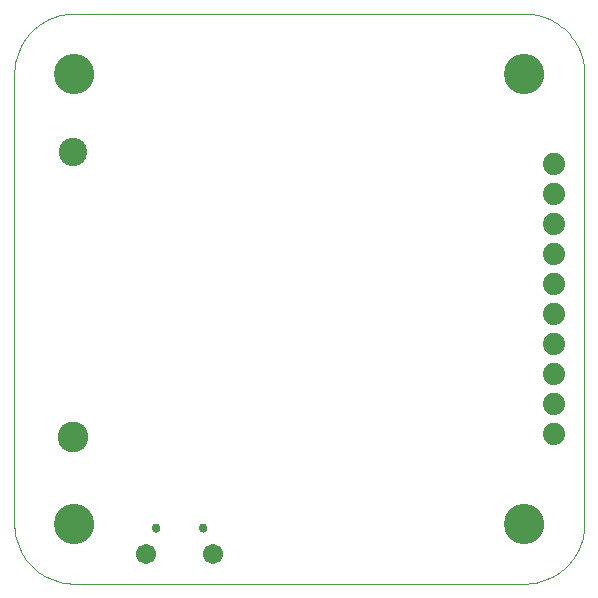
<source format=gbs>
G75*
G70*
%OFA0B0*%
%FSLAX24Y24*%
%IPPOS*%
%LPD*%
%AMOC8*
5,1,8,0,0,1.08239X$1,22.5*
%
%ADD10C,0.0000*%
%ADD11C,0.1025*%
%ADD12C,0.0946*%
%ADD13C,0.1340*%
%ADD14C,0.0297*%
%ADD15C,0.0674*%
%ADD16C,0.0740*%
D10*
X000655Y002655D02*
X000655Y017655D01*
X002025Y017655D02*
X002027Y017705D01*
X002033Y017755D01*
X002043Y017804D01*
X002057Y017852D01*
X002074Y017899D01*
X002095Y017944D01*
X002120Y017988D01*
X002148Y018029D01*
X002180Y018068D01*
X002214Y018105D01*
X002251Y018139D01*
X002291Y018169D01*
X002333Y018196D01*
X002377Y018220D01*
X002423Y018241D01*
X002470Y018257D01*
X002518Y018270D01*
X002568Y018279D01*
X002617Y018284D01*
X002668Y018285D01*
X002718Y018282D01*
X002767Y018275D01*
X002816Y018264D01*
X002864Y018249D01*
X002910Y018231D01*
X002955Y018209D01*
X002998Y018183D01*
X003039Y018154D01*
X003078Y018122D01*
X003114Y018087D01*
X003146Y018049D01*
X003176Y018009D01*
X003203Y017966D01*
X003226Y017922D01*
X003245Y017876D01*
X003261Y017828D01*
X003273Y017779D01*
X003281Y017730D01*
X003285Y017680D01*
X003285Y017630D01*
X003281Y017580D01*
X003273Y017531D01*
X003261Y017482D01*
X003245Y017434D01*
X003226Y017388D01*
X003203Y017344D01*
X003176Y017301D01*
X003146Y017261D01*
X003114Y017223D01*
X003078Y017188D01*
X003039Y017156D01*
X002998Y017127D01*
X002955Y017101D01*
X002910Y017079D01*
X002864Y017061D01*
X002816Y017046D01*
X002767Y017035D01*
X002718Y017028D01*
X002668Y017025D01*
X002617Y017026D01*
X002568Y017031D01*
X002518Y017040D01*
X002470Y017053D01*
X002423Y017069D01*
X002377Y017090D01*
X002333Y017114D01*
X002291Y017141D01*
X002251Y017171D01*
X002214Y017205D01*
X002180Y017242D01*
X002148Y017281D01*
X002120Y017322D01*
X002095Y017366D01*
X002074Y017411D01*
X002057Y017458D01*
X002043Y017506D01*
X002033Y017555D01*
X002027Y017605D01*
X002025Y017655D01*
X000655Y017655D02*
X000657Y017750D01*
X000664Y017845D01*
X000675Y017940D01*
X000691Y018034D01*
X000711Y018127D01*
X000736Y018218D01*
X000765Y018309D01*
X000798Y018398D01*
X000836Y018486D01*
X000877Y018571D01*
X000923Y018655D01*
X000972Y018736D01*
X001026Y018815D01*
X001083Y018891D01*
X001144Y018965D01*
X001208Y019035D01*
X001275Y019102D01*
X001345Y019166D01*
X001419Y019227D01*
X001495Y019284D01*
X001574Y019338D01*
X001655Y019387D01*
X001739Y019433D01*
X001824Y019474D01*
X001912Y019512D01*
X002001Y019545D01*
X002092Y019574D01*
X002183Y019599D01*
X002276Y019619D01*
X002370Y019635D01*
X002465Y019646D01*
X002560Y019653D01*
X002655Y019655D01*
X017655Y019655D01*
X017025Y017655D02*
X017027Y017705D01*
X017033Y017755D01*
X017043Y017804D01*
X017057Y017852D01*
X017074Y017899D01*
X017095Y017944D01*
X017120Y017988D01*
X017148Y018029D01*
X017180Y018068D01*
X017214Y018105D01*
X017251Y018139D01*
X017291Y018169D01*
X017333Y018196D01*
X017377Y018220D01*
X017423Y018241D01*
X017470Y018257D01*
X017518Y018270D01*
X017568Y018279D01*
X017617Y018284D01*
X017668Y018285D01*
X017718Y018282D01*
X017767Y018275D01*
X017816Y018264D01*
X017864Y018249D01*
X017910Y018231D01*
X017955Y018209D01*
X017998Y018183D01*
X018039Y018154D01*
X018078Y018122D01*
X018114Y018087D01*
X018146Y018049D01*
X018176Y018009D01*
X018203Y017966D01*
X018226Y017922D01*
X018245Y017876D01*
X018261Y017828D01*
X018273Y017779D01*
X018281Y017730D01*
X018285Y017680D01*
X018285Y017630D01*
X018281Y017580D01*
X018273Y017531D01*
X018261Y017482D01*
X018245Y017434D01*
X018226Y017388D01*
X018203Y017344D01*
X018176Y017301D01*
X018146Y017261D01*
X018114Y017223D01*
X018078Y017188D01*
X018039Y017156D01*
X017998Y017127D01*
X017955Y017101D01*
X017910Y017079D01*
X017864Y017061D01*
X017816Y017046D01*
X017767Y017035D01*
X017718Y017028D01*
X017668Y017025D01*
X017617Y017026D01*
X017568Y017031D01*
X017518Y017040D01*
X017470Y017053D01*
X017423Y017069D01*
X017377Y017090D01*
X017333Y017114D01*
X017291Y017141D01*
X017251Y017171D01*
X017214Y017205D01*
X017180Y017242D01*
X017148Y017281D01*
X017120Y017322D01*
X017095Y017366D01*
X017074Y017411D01*
X017057Y017458D01*
X017043Y017506D01*
X017033Y017555D01*
X017027Y017605D01*
X017025Y017655D01*
X017655Y019655D02*
X017750Y019653D01*
X017845Y019646D01*
X017940Y019635D01*
X018034Y019619D01*
X018127Y019599D01*
X018218Y019574D01*
X018309Y019545D01*
X018398Y019512D01*
X018486Y019474D01*
X018571Y019433D01*
X018655Y019387D01*
X018736Y019338D01*
X018815Y019284D01*
X018891Y019227D01*
X018965Y019166D01*
X019035Y019102D01*
X019102Y019035D01*
X019166Y018965D01*
X019227Y018891D01*
X019284Y018815D01*
X019338Y018736D01*
X019387Y018655D01*
X019433Y018571D01*
X019474Y018486D01*
X019512Y018398D01*
X019545Y018309D01*
X019574Y018218D01*
X019599Y018127D01*
X019619Y018034D01*
X019635Y017940D01*
X019646Y017845D01*
X019653Y017750D01*
X019655Y017655D01*
X019655Y002655D01*
X017025Y002655D02*
X017027Y002705D01*
X017033Y002755D01*
X017043Y002804D01*
X017057Y002852D01*
X017074Y002899D01*
X017095Y002944D01*
X017120Y002988D01*
X017148Y003029D01*
X017180Y003068D01*
X017214Y003105D01*
X017251Y003139D01*
X017291Y003169D01*
X017333Y003196D01*
X017377Y003220D01*
X017423Y003241D01*
X017470Y003257D01*
X017518Y003270D01*
X017568Y003279D01*
X017617Y003284D01*
X017668Y003285D01*
X017718Y003282D01*
X017767Y003275D01*
X017816Y003264D01*
X017864Y003249D01*
X017910Y003231D01*
X017955Y003209D01*
X017998Y003183D01*
X018039Y003154D01*
X018078Y003122D01*
X018114Y003087D01*
X018146Y003049D01*
X018176Y003009D01*
X018203Y002966D01*
X018226Y002922D01*
X018245Y002876D01*
X018261Y002828D01*
X018273Y002779D01*
X018281Y002730D01*
X018285Y002680D01*
X018285Y002630D01*
X018281Y002580D01*
X018273Y002531D01*
X018261Y002482D01*
X018245Y002434D01*
X018226Y002388D01*
X018203Y002344D01*
X018176Y002301D01*
X018146Y002261D01*
X018114Y002223D01*
X018078Y002188D01*
X018039Y002156D01*
X017998Y002127D01*
X017955Y002101D01*
X017910Y002079D01*
X017864Y002061D01*
X017816Y002046D01*
X017767Y002035D01*
X017718Y002028D01*
X017668Y002025D01*
X017617Y002026D01*
X017568Y002031D01*
X017518Y002040D01*
X017470Y002053D01*
X017423Y002069D01*
X017377Y002090D01*
X017333Y002114D01*
X017291Y002141D01*
X017251Y002171D01*
X017214Y002205D01*
X017180Y002242D01*
X017148Y002281D01*
X017120Y002322D01*
X017095Y002366D01*
X017074Y002411D01*
X017057Y002458D01*
X017043Y002506D01*
X017033Y002555D01*
X017027Y002605D01*
X017025Y002655D01*
X017655Y000655D02*
X017750Y000657D01*
X017845Y000664D01*
X017940Y000675D01*
X018034Y000691D01*
X018127Y000711D01*
X018218Y000736D01*
X018309Y000765D01*
X018398Y000798D01*
X018486Y000836D01*
X018571Y000877D01*
X018655Y000923D01*
X018736Y000972D01*
X018815Y001026D01*
X018891Y001083D01*
X018965Y001144D01*
X019035Y001208D01*
X019102Y001275D01*
X019166Y001345D01*
X019227Y001419D01*
X019284Y001495D01*
X019338Y001574D01*
X019387Y001655D01*
X019433Y001739D01*
X019474Y001824D01*
X019512Y001912D01*
X019545Y002001D01*
X019574Y002092D01*
X019599Y002183D01*
X019619Y002276D01*
X019635Y002370D01*
X019646Y002465D01*
X019653Y002560D01*
X019655Y002655D01*
X017655Y000655D02*
X002655Y000655D01*
X002025Y002655D02*
X002027Y002705D01*
X002033Y002755D01*
X002043Y002804D01*
X002057Y002852D01*
X002074Y002899D01*
X002095Y002944D01*
X002120Y002988D01*
X002148Y003029D01*
X002180Y003068D01*
X002214Y003105D01*
X002251Y003139D01*
X002291Y003169D01*
X002333Y003196D01*
X002377Y003220D01*
X002423Y003241D01*
X002470Y003257D01*
X002518Y003270D01*
X002568Y003279D01*
X002617Y003284D01*
X002668Y003285D01*
X002718Y003282D01*
X002767Y003275D01*
X002816Y003264D01*
X002864Y003249D01*
X002910Y003231D01*
X002955Y003209D01*
X002998Y003183D01*
X003039Y003154D01*
X003078Y003122D01*
X003114Y003087D01*
X003146Y003049D01*
X003176Y003009D01*
X003203Y002966D01*
X003226Y002922D01*
X003245Y002876D01*
X003261Y002828D01*
X003273Y002779D01*
X003281Y002730D01*
X003285Y002680D01*
X003285Y002630D01*
X003281Y002580D01*
X003273Y002531D01*
X003261Y002482D01*
X003245Y002434D01*
X003226Y002388D01*
X003203Y002344D01*
X003176Y002301D01*
X003146Y002261D01*
X003114Y002223D01*
X003078Y002188D01*
X003039Y002156D01*
X002998Y002127D01*
X002955Y002101D01*
X002910Y002079D01*
X002864Y002061D01*
X002816Y002046D01*
X002767Y002035D01*
X002718Y002028D01*
X002668Y002025D01*
X002617Y002026D01*
X002568Y002031D01*
X002518Y002040D01*
X002470Y002053D01*
X002423Y002069D01*
X002377Y002090D01*
X002333Y002114D01*
X002291Y002141D01*
X002251Y002171D01*
X002214Y002205D01*
X002180Y002242D01*
X002148Y002281D01*
X002120Y002322D01*
X002095Y002366D01*
X002074Y002411D01*
X002057Y002458D01*
X002043Y002506D01*
X002033Y002555D01*
X002027Y002605D01*
X002025Y002655D01*
X000655Y002655D02*
X000657Y002560D01*
X000664Y002465D01*
X000675Y002370D01*
X000691Y002276D01*
X000711Y002183D01*
X000736Y002092D01*
X000765Y002001D01*
X000798Y001912D01*
X000836Y001824D01*
X000877Y001739D01*
X000923Y001655D01*
X000972Y001574D01*
X001026Y001495D01*
X001083Y001419D01*
X001144Y001345D01*
X001208Y001275D01*
X001275Y001208D01*
X001345Y001144D01*
X001419Y001083D01*
X001495Y001026D01*
X001574Y000972D01*
X001655Y000923D01*
X001739Y000877D01*
X001824Y000836D01*
X001912Y000798D01*
X002001Y000765D01*
X002092Y000736D01*
X002183Y000711D01*
X002276Y000691D01*
X002370Y000675D01*
X002465Y000664D01*
X002560Y000657D01*
X002655Y000655D01*
X005260Y002502D02*
X005262Y002522D01*
X005268Y002542D01*
X005277Y002560D01*
X005290Y002577D01*
X005305Y002590D01*
X005323Y002600D01*
X005343Y002607D01*
X005363Y002610D01*
X005383Y002609D01*
X005403Y002604D01*
X005422Y002596D01*
X005439Y002584D01*
X005453Y002569D01*
X005464Y002551D01*
X005472Y002532D01*
X005476Y002512D01*
X005476Y002492D01*
X005472Y002472D01*
X005464Y002453D01*
X005453Y002435D01*
X005439Y002420D01*
X005422Y002408D01*
X005403Y002400D01*
X005383Y002395D01*
X005363Y002394D01*
X005343Y002397D01*
X005323Y002404D01*
X005305Y002414D01*
X005290Y002427D01*
X005277Y002444D01*
X005268Y002462D01*
X005262Y002482D01*
X005260Y002502D01*
X006835Y002502D02*
X006837Y002522D01*
X006843Y002542D01*
X006852Y002560D01*
X006865Y002577D01*
X006880Y002590D01*
X006898Y002600D01*
X006918Y002607D01*
X006938Y002610D01*
X006958Y002609D01*
X006978Y002604D01*
X006997Y002596D01*
X007014Y002584D01*
X007028Y002569D01*
X007039Y002551D01*
X007047Y002532D01*
X007051Y002512D01*
X007051Y002492D01*
X007047Y002472D01*
X007039Y002453D01*
X007028Y002435D01*
X007014Y002420D01*
X006997Y002408D01*
X006978Y002400D01*
X006958Y002395D01*
X006938Y002394D01*
X006918Y002397D01*
X006898Y002404D01*
X006880Y002414D01*
X006865Y002427D01*
X006852Y002444D01*
X006843Y002462D01*
X006837Y002482D01*
X006835Y002502D01*
X002172Y015055D02*
X002174Y015096D01*
X002180Y015137D01*
X002190Y015177D01*
X002203Y015216D01*
X002220Y015253D01*
X002241Y015289D01*
X002265Y015323D01*
X002292Y015354D01*
X002321Y015382D01*
X002354Y015408D01*
X002388Y015430D01*
X002425Y015449D01*
X002463Y015464D01*
X002503Y015476D01*
X002543Y015484D01*
X002584Y015488D01*
X002626Y015488D01*
X002667Y015484D01*
X002707Y015476D01*
X002747Y015464D01*
X002785Y015449D01*
X002821Y015430D01*
X002856Y015408D01*
X002889Y015382D01*
X002918Y015354D01*
X002945Y015323D01*
X002969Y015289D01*
X002990Y015253D01*
X003007Y015216D01*
X003020Y015177D01*
X003030Y015137D01*
X003036Y015096D01*
X003038Y015055D01*
X003036Y015014D01*
X003030Y014973D01*
X003020Y014933D01*
X003007Y014894D01*
X002990Y014857D01*
X002969Y014821D01*
X002945Y014787D01*
X002918Y014756D01*
X002889Y014728D01*
X002856Y014702D01*
X002822Y014680D01*
X002785Y014661D01*
X002747Y014646D01*
X002707Y014634D01*
X002667Y014626D01*
X002626Y014622D01*
X002584Y014622D01*
X002543Y014626D01*
X002503Y014634D01*
X002463Y014646D01*
X002425Y014661D01*
X002389Y014680D01*
X002354Y014702D01*
X002321Y014728D01*
X002292Y014756D01*
X002265Y014787D01*
X002241Y014821D01*
X002220Y014857D01*
X002203Y014894D01*
X002190Y014933D01*
X002180Y014973D01*
X002174Y015014D01*
X002172Y015055D01*
D11*
X002605Y005555D03*
D12*
X002605Y015055D03*
D13*
X002655Y017655D03*
X002655Y002655D03*
X017655Y002655D03*
X017655Y017655D03*
D14*
X006943Y002502D03*
X005368Y002502D03*
D15*
X005043Y001655D03*
X007267Y001655D03*
D16*
X018655Y005655D03*
X018655Y006655D03*
X018655Y007655D03*
X018655Y008655D03*
X018655Y009655D03*
X018655Y010655D03*
X018655Y011655D03*
X018655Y012655D03*
X018655Y013655D03*
X018655Y014655D03*
M02*

</source>
